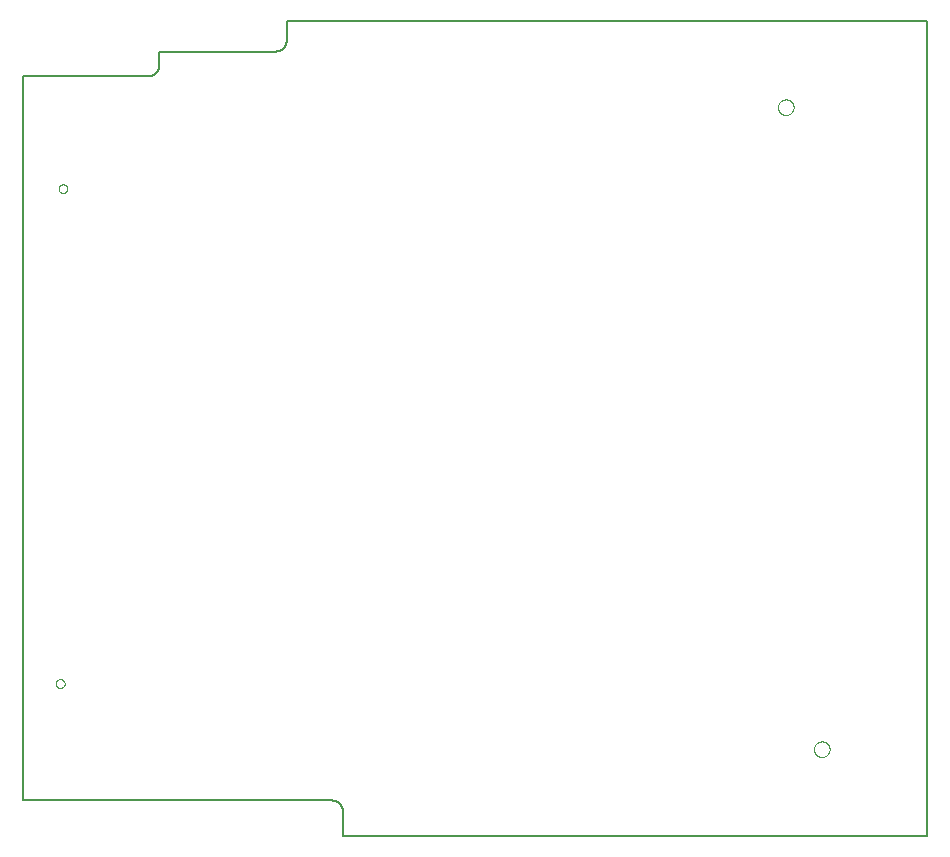
<source format=gko>
G75*
%MOIN*%
%OFA0B0*%
%FSLAX25Y25*%
%IPPOS*%
%LPD*%
%AMOC8*
5,1,8,0,0,1.08239X$1,22.5*
%
%ADD10C,0.00500*%
%ADD11C,0.00000*%
D10*
X0077575Y0060252D02*
X0180331Y0060252D01*
X0180455Y0060250D01*
X0180578Y0060244D01*
X0180702Y0060235D01*
X0180824Y0060221D01*
X0180947Y0060204D01*
X0181069Y0060182D01*
X0181190Y0060157D01*
X0181310Y0060128D01*
X0181429Y0060096D01*
X0181548Y0060059D01*
X0181665Y0060019D01*
X0181780Y0059976D01*
X0181895Y0059928D01*
X0182007Y0059877D01*
X0182118Y0059823D01*
X0182228Y0059765D01*
X0182335Y0059704D01*
X0182441Y0059639D01*
X0182544Y0059571D01*
X0182645Y0059500D01*
X0182744Y0059426D01*
X0182841Y0059349D01*
X0182935Y0059268D01*
X0183026Y0059185D01*
X0183115Y0059099D01*
X0183201Y0059010D01*
X0183284Y0058919D01*
X0183365Y0058825D01*
X0183442Y0058728D01*
X0183516Y0058629D01*
X0183587Y0058528D01*
X0183655Y0058425D01*
X0183720Y0058319D01*
X0183781Y0058212D01*
X0183839Y0058102D01*
X0183893Y0057991D01*
X0183944Y0057879D01*
X0183992Y0057764D01*
X0184035Y0057649D01*
X0184075Y0057532D01*
X0184112Y0057413D01*
X0184144Y0057294D01*
X0184173Y0057174D01*
X0184198Y0057053D01*
X0184220Y0056931D01*
X0184237Y0056808D01*
X0184251Y0056686D01*
X0184260Y0056562D01*
X0184266Y0056439D01*
X0184268Y0056315D01*
X0184268Y0048441D01*
X0378756Y0048441D01*
X0378756Y0320094D01*
X0165370Y0320094D01*
X0165370Y0313795D01*
X0165368Y0313671D01*
X0165362Y0313548D01*
X0165353Y0313424D01*
X0165339Y0313302D01*
X0165322Y0313179D01*
X0165300Y0313057D01*
X0165275Y0312936D01*
X0165246Y0312816D01*
X0165214Y0312697D01*
X0165177Y0312578D01*
X0165137Y0312461D01*
X0165094Y0312346D01*
X0165046Y0312231D01*
X0164995Y0312119D01*
X0164941Y0312008D01*
X0164883Y0311898D01*
X0164822Y0311791D01*
X0164757Y0311685D01*
X0164689Y0311582D01*
X0164618Y0311481D01*
X0164544Y0311382D01*
X0164467Y0311285D01*
X0164386Y0311191D01*
X0164303Y0311100D01*
X0164217Y0311011D01*
X0164128Y0310925D01*
X0164037Y0310842D01*
X0163943Y0310761D01*
X0163846Y0310684D01*
X0163747Y0310610D01*
X0163646Y0310539D01*
X0163543Y0310471D01*
X0163437Y0310406D01*
X0163330Y0310345D01*
X0163220Y0310287D01*
X0163109Y0310233D01*
X0162997Y0310182D01*
X0162882Y0310134D01*
X0162767Y0310091D01*
X0162650Y0310051D01*
X0162531Y0310014D01*
X0162412Y0309982D01*
X0162292Y0309953D01*
X0162171Y0309928D01*
X0162049Y0309906D01*
X0161926Y0309889D01*
X0161804Y0309875D01*
X0161680Y0309866D01*
X0161557Y0309860D01*
X0161433Y0309858D01*
X0122850Y0309858D01*
X0122850Y0305528D01*
X0122848Y0305404D01*
X0122842Y0305281D01*
X0122833Y0305157D01*
X0122819Y0305035D01*
X0122802Y0304912D01*
X0122780Y0304790D01*
X0122755Y0304669D01*
X0122726Y0304549D01*
X0122694Y0304430D01*
X0122657Y0304311D01*
X0122617Y0304194D01*
X0122574Y0304079D01*
X0122526Y0303964D01*
X0122475Y0303852D01*
X0122421Y0303741D01*
X0122363Y0303631D01*
X0122302Y0303524D01*
X0122237Y0303418D01*
X0122169Y0303315D01*
X0122098Y0303214D01*
X0122024Y0303115D01*
X0121947Y0303018D01*
X0121866Y0302924D01*
X0121783Y0302833D01*
X0121697Y0302744D01*
X0121608Y0302658D01*
X0121517Y0302575D01*
X0121423Y0302494D01*
X0121326Y0302417D01*
X0121227Y0302343D01*
X0121126Y0302272D01*
X0121023Y0302204D01*
X0120917Y0302139D01*
X0120810Y0302078D01*
X0120700Y0302020D01*
X0120589Y0301966D01*
X0120477Y0301915D01*
X0120362Y0301867D01*
X0120247Y0301824D01*
X0120130Y0301784D01*
X0120011Y0301747D01*
X0119892Y0301715D01*
X0119772Y0301686D01*
X0119651Y0301661D01*
X0119529Y0301639D01*
X0119406Y0301622D01*
X0119284Y0301608D01*
X0119160Y0301599D01*
X0119037Y0301593D01*
X0118913Y0301591D01*
X0077575Y0301591D01*
X0077575Y0060252D01*
D11*
X0088382Y0099189D02*
X0088384Y0099266D01*
X0088390Y0099342D01*
X0088400Y0099418D01*
X0088414Y0099493D01*
X0088431Y0099568D01*
X0088453Y0099641D01*
X0088478Y0099714D01*
X0088508Y0099785D01*
X0088540Y0099854D01*
X0088577Y0099921D01*
X0088616Y0099987D01*
X0088659Y0100050D01*
X0088706Y0100111D01*
X0088755Y0100170D01*
X0088808Y0100226D01*
X0088863Y0100279D01*
X0088921Y0100329D01*
X0088981Y0100376D01*
X0089044Y0100420D01*
X0089109Y0100461D01*
X0089176Y0100498D01*
X0089245Y0100532D01*
X0089315Y0100562D01*
X0089387Y0100588D01*
X0089461Y0100610D01*
X0089535Y0100629D01*
X0089610Y0100644D01*
X0089686Y0100655D01*
X0089762Y0100662D01*
X0089839Y0100665D01*
X0089915Y0100664D01*
X0089992Y0100659D01*
X0090068Y0100650D01*
X0090144Y0100637D01*
X0090218Y0100620D01*
X0090292Y0100600D01*
X0090365Y0100575D01*
X0090436Y0100547D01*
X0090506Y0100515D01*
X0090574Y0100480D01*
X0090640Y0100441D01*
X0090704Y0100399D01*
X0090765Y0100353D01*
X0090825Y0100304D01*
X0090881Y0100253D01*
X0090935Y0100198D01*
X0090986Y0100141D01*
X0091034Y0100081D01*
X0091079Y0100019D01*
X0091120Y0099954D01*
X0091158Y0099888D01*
X0091193Y0099820D01*
X0091223Y0099749D01*
X0091251Y0099678D01*
X0091274Y0099605D01*
X0091294Y0099531D01*
X0091310Y0099456D01*
X0091322Y0099380D01*
X0091330Y0099304D01*
X0091334Y0099227D01*
X0091334Y0099151D01*
X0091330Y0099074D01*
X0091322Y0098998D01*
X0091310Y0098922D01*
X0091294Y0098847D01*
X0091274Y0098773D01*
X0091251Y0098700D01*
X0091223Y0098629D01*
X0091193Y0098558D01*
X0091158Y0098490D01*
X0091120Y0098424D01*
X0091079Y0098359D01*
X0091034Y0098297D01*
X0090986Y0098237D01*
X0090935Y0098180D01*
X0090881Y0098125D01*
X0090825Y0098074D01*
X0090765Y0098025D01*
X0090704Y0097979D01*
X0090640Y0097937D01*
X0090574Y0097898D01*
X0090506Y0097863D01*
X0090436Y0097831D01*
X0090365Y0097803D01*
X0090292Y0097778D01*
X0090218Y0097758D01*
X0090144Y0097741D01*
X0090068Y0097728D01*
X0089992Y0097719D01*
X0089915Y0097714D01*
X0089839Y0097713D01*
X0089762Y0097716D01*
X0089686Y0097723D01*
X0089610Y0097734D01*
X0089535Y0097749D01*
X0089461Y0097768D01*
X0089387Y0097790D01*
X0089315Y0097816D01*
X0089245Y0097846D01*
X0089176Y0097880D01*
X0089109Y0097917D01*
X0089044Y0097958D01*
X0088981Y0098002D01*
X0088921Y0098049D01*
X0088863Y0098099D01*
X0088808Y0098152D01*
X0088755Y0098208D01*
X0088706Y0098267D01*
X0088659Y0098328D01*
X0088616Y0098391D01*
X0088577Y0098457D01*
X0088540Y0098524D01*
X0088508Y0098593D01*
X0088478Y0098664D01*
X0088453Y0098737D01*
X0088431Y0098810D01*
X0088414Y0098885D01*
X0088400Y0098960D01*
X0088390Y0099036D01*
X0088384Y0099112D01*
X0088382Y0099189D01*
X0089288Y0264150D02*
X0089290Y0264227D01*
X0089296Y0264303D01*
X0089306Y0264379D01*
X0089320Y0264454D01*
X0089337Y0264529D01*
X0089359Y0264602D01*
X0089384Y0264675D01*
X0089414Y0264746D01*
X0089446Y0264815D01*
X0089483Y0264882D01*
X0089522Y0264948D01*
X0089565Y0265011D01*
X0089612Y0265072D01*
X0089661Y0265131D01*
X0089714Y0265187D01*
X0089769Y0265240D01*
X0089827Y0265290D01*
X0089887Y0265337D01*
X0089950Y0265381D01*
X0090015Y0265422D01*
X0090082Y0265459D01*
X0090151Y0265493D01*
X0090221Y0265523D01*
X0090293Y0265549D01*
X0090367Y0265571D01*
X0090441Y0265590D01*
X0090516Y0265605D01*
X0090592Y0265616D01*
X0090668Y0265623D01*
X0090745Y0265626D01*
X0090821Y0265625D01*
X0090898Y0265620D01*
X0090974Y0265611D01*
X0091050Y0265598D01*
X0091124Y0265581D01*
X0091198Y0265561D01*
X0091271Y0265536D01*
X0091342Y0265508D01*
X0091412Y0265476D01*
X0091480Y0265441D01*
X0091546Y0265402D01*
X0091610Y0265360D01*
X0091671Y0265314D01*
X0091731Y0265265D01*
X0091787Y0265214D01*
X0091841Y0265159D01*
X0091892Y0265102D01*
X0091940Y0265042D01*
X0091985Y0264980D01*
X0092026Y0264915D01*
X0092064Y0264849D01*
X0092099Y0264781D01*
X0092129Y0264710D01*
X0092157Y0264639D01*
X0092180Y0264566D01*
X0092200Y0264492D01*
X0092216Y0264417D01*
X0092228Y0264341D01*
X0092236Y0264265D01*
X0092240Y0264188D01*
X0092240Y0264112D01*
X0092236Y0264035D01*
X0092228Y0263959D01*
X0092216Y0263883D01*
X0092200Y0263808D01*
X0092180Y0263734D01*
X0092157Y0263661D01*
X0092129Y0263590D01*
X0092099Y0263519D01*
X0092064Y0263451D01*
X0092026Y0263385D01*
X0091985Y0263320D01*
X0091940Y0263258D01*
X0091892Y0263198D01*
X0091841Y0263141D01*
X0091787Y0263086D01*
X0091731Y0263035D01*
X0091671Y0262986D01*
X0091610Y0262940D01*
X0091546Y0262898D01*
X0091480Y0262859D01*
X0091412Y0262824D01*
X0091342Y0262792D01*
X0091271Y0262764D01*
X0091198Y0262739D01*
X0091124Y0262719D01*
X0091050Y0262702D01*
X0090974Y0262689D01*
X0090898Y0262680D01*
X0090821Y0262675D01*
X0090745Y0262674D01*
X0090668Y0262677D01*
X0090592Y0262684D01*
X0090516Y0262695D01*
X0090441Y0262710D01*
X0090367Y0262729D01*
X0090293Y0262751D01*
X0090221Y0262777D01*
X0090151Y0262807D01*
X0090082Y0262841D01*
X0090015Y0262878D01*
X0089950Y0262919D01*
X0089887Y0262963D01*
X0089827Y0263010D01*
X0089769Y0263060D01*
X0089714Y0263113D01*
X0089661Y0263169D01*
X0089612Y0263228D01*
X0089565Y0263289D01*
X0089522Y0263352D01*
X0089483Y0263418D01*
X0089446Y0263485D01*
X0089414Y0263554D01*
X0089384Y0263625D01*
X0089359Y0263698D01*
X0089337Y0263771D01*
X0089320Y0263846D01*
X0089306Y0263921D01*
X0089296Y0263997D01*
X0089290Y0264073D01*
X0089288Y0264150D01*
X0329117Y0291318D02*
X0329119Y0291419D01*
X0329125Y0291521D01*
X0329135Y0291622D01*
X0329149Y0291722D01*
X0329166Y0291822D01*
X0329188Y0291921D01*
X0329213Y0292019D01*
X0329243Y0292117D01*
X0329276Y0292213D01*
X0329312Y0292307D01*
X0329353Y0292400D01*
X0329397Y0292492D01*
X0329444Y0292581D01*
X0329496Y0292669D01*
X0329550Y0292755D01*
X0329608Y0292838D01*
X0329669Y0292919D01*
X0329733Y0292998D01*
X0329800Y0293074D01*
X0329870Y0293147D01*
X0329942Y0293218D01*
X0330018Y0293286D01*
X0330096Y0293351D01*
X0330176Y0293412D01*
X0330259Y0293471D01*
X0330344Y0293526D01*
X0330432Y0293578D01*
X0330521Y0293627D01*
X0330612Y0293671D01*
X0330704Y0293713D01*
X0330799Y0293750D01*
X0330894Y0293784D01*
X0330991Y0293815D01*
X0331089Y0293841D01*
X0331188Y0293864D01*
X0331288Y0293882D01*
X0331388Y0293897D01*
X0331489Y0293908D01*
X0331590Y0293915D01*
X0331692Y0293918D01*
X0331793Y0293917D01*
X0331894Y0293912D01*
X0331996Y0293903D01*
X0332096Y0293890D01*
X0332196Y0293873D01*
X0332296Y0293853D01*
X0332394Y0293828D01*
X0332491Y0293800D01*
X0332588Y0293768D01*
X0332683Y0293732D01*
X0332776Y0293693D01*
X0332868Y0293649D01*
X0332958Y0293603D01*
X0333046Y0293553D01*
X0333132Y0293499D01*
X0333216Y0293442D01*
X0333298Y0293382D01*
X0333377Y0293319D01*
X0333454Y0293252D01*
X0333528Y0293183D01*
X0333600Y0293111D01*
X0333668Y0293036D01*
X0333734Y0292959D01*
X0333796Y0292879D01*
X0333856Y0292797D01*
X0333912Y0292712D01*
X0333964Y0292625D01*
X0334014Y0292537D01*
X0334060Y0292446D01*
X0334102Y0292354D01*
X0334140Y0292260D01*
X0334175Y0292165D01*
X0334206Y0292068D01*
X0334234Y0291970D01*
X0334257Y0291872D01*
X0334277Y0291772D01*
X0334293Y0291672D01*
X0334305Y0291571D01*
X0334313Y0291470D01*
X0334317Y0291369D01*
X0334317Y0291267D01*
X0334313Y0291166D01*
X0334305Y0291065D01*
X0334293Y0290964D01*
X0334277Y0290864D01*
X0334257Y0290764D01*
X0334234Y0290666D01*
X0334206Y0290568D01*
X0334175Y0290471D01*
X0334140Y0290376D01*
X0334102Y0290282D01*
X0334060Y0290190D01*
X0334014Y0290099D01*
X0333964Y0290011D01*
X0333912Y0289924D01*
X0333856Y0289839D01*
X0333796Y0289757D01*
X0333734Y0289677D01*
X0333668Y0289600D01*
X0333600Y0289525D01*
X0333528Y0289453D01*
X0333454Y0289384D01*
X0333377Y0289317D01*
X0333298Y0289254D01*
X0333216Y0289194D01*
X0333132Y0289137D01*
X0333046Y0289083D01*
X0332958Y0289033D01*
X0332868Y0288987D01*
X0332776Y0288943D01*
X0332683Y0288904D01*
X0332588Y0288868D01*
X0332491Y0288836D01*
X0332394Y0288808D01*
X0332296Y0288783D01*
X0332196Y0288763D01*
X0332096Y0288746D01*
X0331996Y0288733D01*
X0331894Y0288724D01*
X0331793Y0288719D01*
X0331692Y0288718D01*
X0331590Y0288721D01*
X0331489Y0288728D01*
X0331388Y0288739D01*
X0331288Y0288754D01*
X0331188Y0288772D01*
X0331089Y0288795D01*
X0330991Y0288821D01*
X0330894Y0288852D01*
X0330799Y0288886D01*
X0330704Y0288923D01*
X0330612Y0288965D01*
X0330521Y0289009D01*
X0330432Y0289058D01*
X0330344Y0289110D01*
X0330259Y0289165D01*
X0330176Y0289224D01*
X0330096Y0289285D01*
X0330018Y0289350D01*
X0329942Y0289418D01*
X0329870Y0289489D01*
X0329800Y0289562D01*
X0329733Y0289638D01*
X0329669Y0289717D01*
X0329608Y0289798D01*
X0329550Y0289881D01*
X0329496Y0289967D01*
X0329444Y0290055D01*
X0329397Y0290144D01*
X0329353Y0290236D01*
X0329312Y0290329D01*
X0329276Y0290423D01*
X0329243Y0290519D01*
X0329213Y0290617D01*
X0329188Y0290715D01*
X0329166Y0290814D01*
X0329149Y0290914D01*
X0329135Y0291014D01*
X0329125Y0291115D01*
X0329119Y0291217D01*
X0329117Y0291318D01*
X0341117Y0077318D02*
X0341119Y0077419D01*
X0341125Y0077521D01*
X0341135Y0077622D01*
X0341149Y0077722D01*
X0341166Y0077822D01*
X0341188Y0077921D01*
X0341213Y0078019D01*
X0341243Y0078117D01*
X0341276Y0078213D01*
X0341312Y0078307D01*
X0341353Y0078400D01*
X0341397Y0078492D01*
X0341444Y0078581D01*
X0341496Y0078669D01*
X0341550Y0078755D01*
X0341608Y0078838D01*
X0341669Y0078919D01*
X0341733Y0078998D01*
X0341800Y0079074D01*
X0341870Y0079147D01*
X0341942Y0079218D01*
X0342018Y0079286D01*
X0342096Y0079351D01*
X0342176Y0079412D01*
X0342259Y0079471D01*
X0342344Y0079526D01*
X0342432Y0079578D01*
X0342521Y0079627D01*
X0342612Y0079671D01*
X0342704Y0079713D01*
X0342799Y0079750D01*
X0342894Y0079784D01*
X0342991Y0079815D01*
X0343089Y0079841D01*
X0343188Y0079864D01*
X0343288Y0079882D01*
X0343388Y0079897D01*
X0343489Y0079908D01*
X0343590Y0079915D01*
X0343692Y0079918D01*
X0343793Y0079917D01*
X0343894Y0079912D01*
X0343996Y0079903D01*
X0344096Y0079890D01*
X0344196Y0079873D01*
X0344296Y0079853D01*
X0344394Y0079828D01*
X0344491Y0079800D01*
X0344588Y0079768D01*
X0344683Y0079732D01*
X0344776Y0079693D01*
X0344868Y0079649D01*
X0344958Y0079603D01*
X0345046Y0079553D01*
X0345132Y0079499D01*
X0345216Y0079442D01*
X0345298Y0079382D01*
X0345377Y0079319D01*
X0345454Y0079252D01*
X0345528Y0079183D01*
X0345600Y0079111D01*
X0345668Y0079036D01*
X0345734Y0078959D01*
X0345796Y0078879D01*
X0345856Y0078797D01*
X0345912Y0078712D01*
X0345964Y0078625D01*
X0346014Y0078537D01*
X0346060Y0078446D01*
X0346102Y0078354D01*
X0346140Y0078260D01*
X0346175Y0078165D01*
X0346206Y0078068D01*
X0346234Y0077970D01*
X0346257Y0077872D01*
X0346277Y0077772D01*
X0346293Y0077672D01*
X0346305Y0077571D01*
X0346313Y0077470D01*
X0346317Y0077369D01*
X0346317Y0077267D01*
X0346313Y0077166D01*
X0346305Y0077065D01*
X0346293Y0076964D01*
X0346277Y0076864D01*
X0346257Y0076764D01*
X0346234Y0076666D01*
X0346206Y0076568D01*
X0346175Y0076471D01*
X0346140Y0076376D01*
X0346102Y0076282D01*
X0346060Y0076190D01*
X0346014Y0076099D01*
X0345964Y0076011D01*
X0345912Y0075924D01*
X0345856Y0075839D01*
X0345796Y0075757D01*
X0345734Y0075677D01*
X0345668Y0075600D01*
X0345600Y0075525D01*
X0345528Y0075453D01*
X0345454Y0075384D01*
X0345377Y0075317D01*
X0345298Y0075254D01*
X0345216Y0075194D01*
X0345132Y0075137D01*
X0345046Y0075083D01*
X0344958Y0075033D01*
X0344868Y0074987D01*
X0344776Y0074943D01*
X0344683Y0074904D01*
X0344588Y0074868D01*
X0344491Y0074836D01*
X0344394Y0074808D01*
X0344296Y0074783D01*
X0344196Y0074763D01*
X0344096Y0074746D01*
X0343996Y0074733D01*
X0343894Y0074724D01*
X0343793Y0074719D01*
X0343692Y0074718D01*
X0343590Y0074721D01*
X0343489Y0074728D01*
X0343388Y0074739D01*
X0343288Y0074754D01*
X0343188Y0074772D01*
X0343089Y0074795D01*
X0342991Y0074821D01*
X0342894Y0074852D01*
X0342799Y0074886D01*
X0342704Y0074923D01*
X0342612Y0074965D01*
X0342521Y0075009D01*
X0342432Y0075058D01*
X0342344Y0075110D01*
X0342259Y0075165D01*
X0342176Y0075224D01*
X0342096Y0075285D01*
X0342018Y0075350D01*
X0341942Y0075418D01*
X0341870Y0075489D01*
X0341800Y0075562D01*
X0341733Y0075638D01*
X0341669Y0075717D01*
X0341608Y0075798D01*
X0341550Y0075881D01*
X0341496Y0075967D01*
X0341444Y0076055D01*
X0341397Y0076144D01*
X0341353Y0076236D01*
X0341312Y0076329D01*
X0341276Y0076423D01*
X0341243Y0076519D01*
X0341213Y0076617D01*
X0341188Y0076715D01*
X0341166Y0076814D01*
X0341149Y0076914D01*
X0341135Y0077014D01*
X0341125Y0077115D01*
X0341119Y0077217D01*
X0341117Y0077318D01*
M02*

</source>
